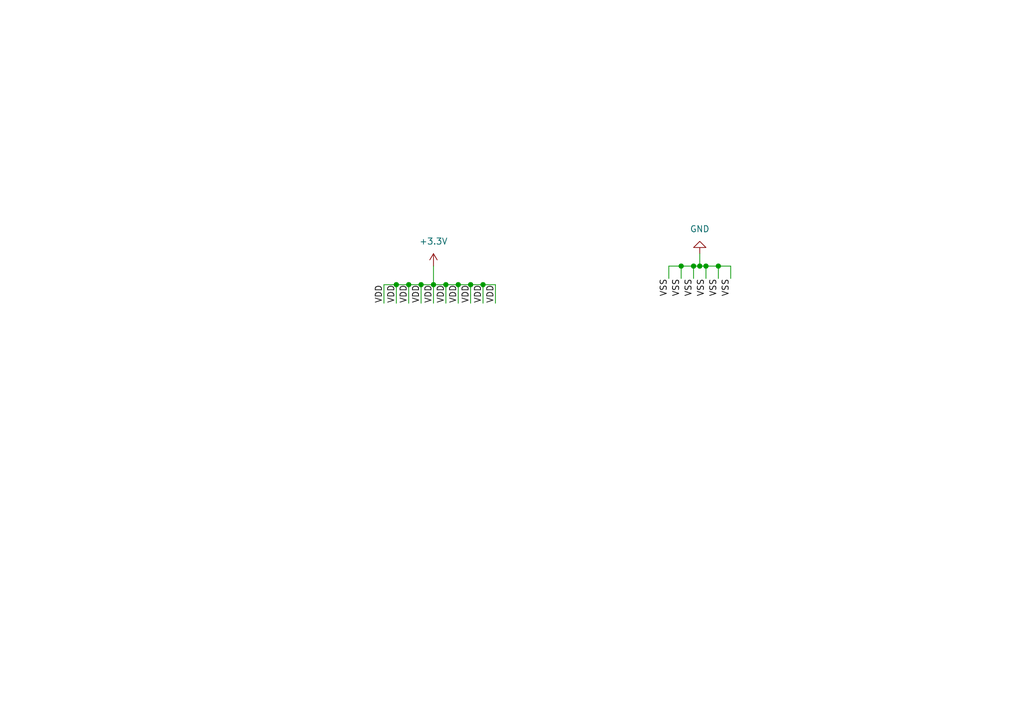
<source format=kicad_sch>
(kicad_sch (version 20230121) (generator eeschema)

  (uuid 970143da-d657-4194-a9cc-70df21a6c5dd)

  (paper "A5")

  (lib_symbols
    (symbol "power:+3.3V" (power) (pin_names (offset 0)) (in_bom yes) (on_board yes)
      (property "Reference" "#PWR" (at 0 -3.81 0)
        (effects (font (size 1.27 1.27)) hide)
      )
      (property "Value" "+3.3V" (at 0 3.556 0)
        (effects (font (size 1.27 1.27)))
      )
      (property "Footprint" "" (at 0 0 0)
        (effects (font (size 1.27 1.27)) hide)
      )
      (property "Datasheet" "" (at 0 0 0)
        (effects (font (size 1.27 1.27)) hide)
      )
      (property "ki_keywords" "global power" (at 0 0 0)
        (effects (font (size 1.27 1.27)) hide)
      )
      (property "ki_description" "Power symbol creates a global label with name \"+3.3V\"" (at 0 0 0)
        (effects (font (size 1.27 1.27)) hide)
      )
      (symbol "+3.3V_0_1"
        (polyline
          (pts
            (xy -0.762 1.27)
            (xy 0 2.54)
          )
          (stroke (width 0) (type default))
          (fill (type none))
        )
        (polyline
          (pts
            (xy 0 0)
            (xy 0 2.54)
          )
          (stroke (width 0) (type default))
          (fill (type none))
        )
        (polyline
          (pts
            (xy 0 2.54)
            (xy 0.762 1.27)
          )
          (stroke (width 0) (type default))
          (fill (type none))
        )
      )
      (symbol "+3.3V_1_1"
        (pin power_in line (at 0 0 90) (length 0) hide
          (name "+3.3V" (effects (font (size 1.27 1.27))))
          (number "1" (effects (font (size 1.27 1.27))))
        )
      )
    )
    (symbol "power:GND" (power) (pin_names (offset 0)) (in_bom yes) (on_board yes)
      (property "Reference" "#PWR" (at 0 -6.35 0)
        (effects (font (size 1.27 1.27)) hide)
      )
      (property "Value" "GND" (at 0 -3.81 0)
        (effects (font (size 1.27 1.27)))
      )
      (property "Footprint" "" (at 0 0 0)
        (effects (font (size 1.27 1.27)) hide)
      )
      (property "Datasheet" "" (at 0 0 0)
        (effects (font (size 1.27 1.27)) hide)
      )
      (property "ki_keywords" "global power" (at 0 0 0)
        (effects (font (size 1.27 1.27)) hide)
      )
      (property "ki_description" "Power symbol creates a global label with name \"GND\" , ground" (at 0 0 0)
        (effects (font (size 1.27 1.27)) hide)
      )
      (symbol "GND_0_1"
        (polyline
          (pts
            (xy 0 0)
            (xy 0 -1.27)
            (xy 1.27 -1.27)
            (xy 0 -2.54)
            (xy -1.27 -1.27)
            (xy 0 -1.27)
          )
          (stroke (width 0) (type default))
          (fill (type none))
        )
      )
      (symbol "GND_1_1"
        (pin power_in line (at 0 0 270) (length 0) hide
          (name "GND" (effects (font (size 1.27 1.27))))
          (number "1" (effects (font (size 1.27 1.27))))
        )
      )
    )
  )

  (junction (at 143.51 54.61) (diameter 0) (color 0 0 0 0)
    (uuid 05fbfac4-8079-465e-8034-e71fcea2467b)
  )
  (junction (at 83.82 58.42) (diameter 0) (color 0 0 0 0)
    (uuid 1cdb1ebc-6dd2-4fb0-b161-84c2493efeeb)
  )
  (junction (at 86.36 58.42) (diameter 0) (color 0 0 0 0)
    (uuid 2cd348ba-eb15-40f6-86cd-2ecdae5d345d)
  )
  (junction (at 147.32 54.61) (diameter 0) (color 0 0 0 0)
    (uuid 37cf571d-0500-42d5-be3f-c187e53c13fb)
  )
  (junction (at 93.98 58.42) (diameter 0) (color 0 0 0 0)
    (uuid 3996a873-badd-4be2-a8d6-20b90b780261)
  )
  (junction (at 142.24 54.61) (diameter 0) (color 0 0 0 0)
    (uuid 4988a9b8-4675-4405-bb43-436d4de1d55b)
  )
  (junction (at 91.44 58.42) (diameter 0) (color 0 0 0 0)
    (uuid 8f34c18f-69c4-46b7-8983-157521d31723)
  )
  (junction (at 139.7 54.61) (diameter 0) (color 0 0 0 0)
    (uuid 936c42dd-c9fb-452a-8fe2-4a43c9df0ca5)
  )
  (junction (at 88.9 58.42) (diameter 0) (color 0 0 0 0)
    (uuid 97c80c8d-fb35-4729-a044-1c8a2fa66388)
  )
  (junction (at 81.28 58.42) (diameter 0) (color 0 0 0 0)
    (uuid a1c028e1-2225-4c50-a510-0b656efbd3d3)
  )
  (junction (at 96.52 58.42) (diameter 0) (color 0 0 0 0)
    (uuid a532a6b7-8d62-45e4-98fe-10dd9486b667)
  )
  (junction (at 99.06 58.42) (diameter 0) (color 0 0 0 0)
    (uuid b2431a26-1feb-4758-b2d9-7b621d9af6ab)
  )
  (junction (at 144.78 54.61) (diameter 0) (color 0 0 0 0)
    (uuid e596eae4-420e-4f37-a20b-edcab82adc69)
  )

  (wire (pts (xy 139.7 54.61) (xy 137.16 54.61))
    (stroke (width 0) (type default))
    (uuid 046f9882-7a00-47e3-a034-a3ea973fa09c)
  )
  (wire (pts (xy 101.6 58.42) (xy 101.6 62.23))
    (stroke (width 0) (type default))
    (uuid 0703a7cb-0865-4519-a1c9-ae0f1fea9cab)
  )
  (wire (pts (xy 91.44 58.42) (xy 93.98 58.42))
    (stroke (width 0) (type default))
    (uuid 09b48609-ed27-4a48-af66-c642e7d77ce3)
  )
  (wire (pts (xy 143.51 54.61) (xy 142.24 54.61))
    (stroke (width 0) (type default))
    (uuid 167ac5a1-cddf-4a70-a54d-2447ce744b5b)
  )
  (wire (pts (xy 144.78 54.61) (xy 143.51 54.61))
    (stroke (width 0) (type default))
    (uuid 269a0dc3-22e1-438d-9799-b4aa94c94e6f)
  )
  (wire (pts (xy 142.24 54.61) (xy 142.24 57.15))
    (stroke (width 0) (type default))
    (uuid 355f3538-6d26-4817-bc09-b32e51011ab2)
  )
  (wire (pts (xy 83.82 58.42) (xy 86.36 58.42))
    (stroke (width 0) (type default))
    (uuid 35e85746-8af9-4414-b352-cd64a7ba7359)
  )
  (wire (pts (xy 88.9 54.61) (xy 88.9 58.42))
    (stroke (width 0) (type default))
    (uuid 36cd5005-90fe-47c0-8250-189acd4e6956)
  )
  (wire (pts (xy 81.28 58.42) (xy 83.82 58.42))
    (stroke (width 0) (type default))
    (uuid 49e85f1c-989a-45df-889a-5e45aa8190da)
  )
  (wire (pts (xy 96.52 58.42) (xy 96.52 62.23))
    (stroke (width 0) (type default))
    (uuid 5176bffa-fd4c-4ff7-b1e8-bd62f3d3b09d)
  )
  (wire (pts (xy 88.9 58.42) (xy 91.44 58.42))
    (stroke (width 0) (type default))
    (uuid 5dac185c-1f3c-4cd2-b715-2bf2089bc48d)
  )
  (wire (pts (xy 91.44 58.42) (xy 91.44 62.23))
    (stroke (width 0) (type default))
    (uuid 793522a7-6a7c-4d41-ae71-e1a86474bda8)
  )
  (wire (pts (xy 149.86 54.61) (xy 147.32 54.61))
    (stroke (width 0) (type default))
    (uuid 793585cc-db47-4e62-97c2-551a6cf59203)
  )
  (wire (pts (xy 137.16 54.61) (xy 137.16 57.15))
    (stroke (width 0) (type default))
    (uuid 7d61476e-0d6e-4256-9b40-2f9ebabc005a)
  )
  (wire (pts (xy 88.9 58.42) (xy 88.9 62.23))
    (stroke (width 0) (type default))
    (uuid 82c520f8-3cfc-4270-8b5c-8ddaba4e0a32)
  )
  (wire (pts (xy 96.52 58.42) (xy 99.06 58.42))
    (stroke (width 0) (type default))
    (uuid 8c8d9547-c69f-4591-b801-cd71b2daf422)
  )
  (wire (pts (xy 147.32 54.61) (xy 147.32 57.15))
    (stroke (width 0) (type default))
    (uuid 8f9b315b-ed88-4faf-aa1f-c5dfa63d1b6a)
  )
  (wire (pts (xy 139.7 54.61) (xy 139.7 57.15))
    (stroke (width 0) (type default))
    (uuid 92ae832f-51c4-446d-85f2-759d6cbe1e52)
  )
  (wire (pts (xy 99.06 58.42) (xy 101.6 58.42))
    (stroke (width 0) (type default))
    (uuid ad26fb19-401e-4da9-8224-49417d8c2da3)
  )
  (wire (pts (xy 143.51 52.07) (xy 143.51 54.61))
    (stroke (width 0) (type default))
    (uuid afc7d347-bec1-43b4-b0b2-f8395384f46d)
  )
  (wire (pts (xy 93.98 58.42) (xy 93.98 62.23))
    (stroke (width 0) (type default))
    (uuid c4123c2f-80f7-41fb-9fea-de9d445e699b)
  )
  (wire (pts (xy 86.36 58.42) (xy 88.9 58.42))
    (stroke (width 0) (type default))
    (uuid c9efb52d-dc84-43a0-a942-dc1a652b0fbd)
  )
  (wire (pts (xy 93.98 58.42) (xy 96.52 58.42))
    (stroke (width 0) (type default))
    (uuid cc233693-ec40-4bc6-a826-6a8a60c70204)
  )
  (wire (pts (xy 78.74 58.42) (xy 81.28 58.42))
    (stroke (width 0) (type default))
    (uuid d6b90777-606a-449d-872a-fb710aa50a29)
  )
  (wire (pts (xy 81.28 58.42) (xy 81.28 62.23))
    (stroke (width 0) (type default))
    (uuid d719894a-35bf-4185-9a84-63ea12135b32)
  )
  (wire (pts (xy 144.78 54.61) (xy 144.78 57.15))
    (stroke (width 0) (type default))
    (uuid dac97f80-8cf9-4200-af4b-00f67efebb22)
  )
  (wire (pts (xy 147.32 54.61) (xy 144.78 54.61))
    (stroke (width 0) (type default))
    (uuid e7b921a1-4acc-42d8-90b4-8112cb259b1c)
  )
  (wire (pts (xy 142.24 54.61) (xy 139.7 54.61))
    (stroke (width 0) (type default))
    (uuid eadf163c-b307-4112-9383-1836ccd43ef6)
  )
  (wire (pts (xy 99.06 58.42) (xy 99.06 62.23))
    (stroke (width 0) (type default))
    (uuid eb9118cd-73a9-4026-b88a-0b794135ea4e)
  )
  (wire (pts (xy 83.82 58.42) (xy 83.82 62.23))
    (stroke (width 0) (type default))
    (uuid f4ea8977-8518-4265-a133-24da7ea02a05)
  )
  (wire (pts (xy 86.36 58.42) (xy 86.36 62.23))
    (stroke (width 0) (type default))
    (uuid f8485c30-f112-4ad8-ae01-4860305b9a81)
  )
  (wire (pts (xy 78.74 62.23) (xy 78.74 58.42))
    (stroke (width 0) (type default))
    (uuid fc5eb804-5506-4b46-88df-752814119c16)
  )
  (wire (pts (xy 149.86 57.15) (xy 149.86 54.61))
    (stroke (width 0) (type default))
    (uuid fe091d09-6678-432e-a964-d1fdefa4a731)
  )

  (label "VDD" (at 101.6 62.23 90) (fields_autoplaced)
    (effects (font (size 1.27 1.27)) (justify left bottom))
    (uuid 0d3961df-bb16-4082-92cf-178603d3cb5a)
  )
  (label "VDD" (at 83.82 62.23 90) (fields_autoplaced)
    (effects (font (size 1.27 1.27)) (justify left bottom))
    (uuid 171d0249-dfb9-4f0d-8c7a-613b00873cca)
  )
  (label "VDD" (at 93.98 62.23 90) (fields_autoplaced)
    (effects (font (size 1.27 1.27)) (justify left bottom))
    (uuid 27923397-0f6c-4c70-8950-d460c9deb9af)
  )
  (label "VSS" (at 149.86 57.15 270) (fields_autoplaced)
    (effects (font (size 1.27 1.27)) (justify right bottom))
    (uuid 29c04736-0624-42eb-b05a-46ffe2766413)
  )
  (label "VDD" (at 96.52 62.23 90) (fields_autoplaced)
    (effects (font (size 1.27 1.27)) (justify left bottom))
    (uuid 32711dad-03e3-44b8-9809-2334937d8986)
  )
  (label "VSS" (at 144.78 57.15 270) (fields_autoplaced)
    (effects (font (size 1.27 1.27)) (justify right bottom))
    (uuid 37427858-dcbe-4cc6-894b-0e6db5079375)
  )
  (label "VSS" (at 142.24 57.15 270) (fields_autoplaced)
    (effects (font (size 1.27 1.27)) (justify right bottom))
    (uuid 3bf83e66-3cbe-4a4e-a1ad-5049d82d7a86)
  )
  (label "VDD" (at 88.9 62.23 90) (fields_autoplaced)
    (effects (font (size 1.27 1.27)) (justify left bottom))
    (uuid 42573556-edfa-4120-8bd1-d055894220d6)
  )
  (label "VSS" (at 137.16 57.15 270) (fields_autoplaced)
    (effects (font (size 1.27 1.27)) (justify right bottom))
    (uuid 91c919ce-fb26-4265-8ec0-12abfe4d8b0d)
  )
  (label "VSS" (at 139.7 57.15 270) (fields_autoplaced)
    (effects (font (size 1.27 1.27)) (justify right bottom))
    (uuid 97f00565-e61d-4626-afe1-e1157fb00809)
  )
  (label "VDD" (at 91.44 62.23 90) (fields_autoplaced)
    (effects (font (size 1.27 1.27)) (justify left bottom))
    (uuid a45abc1d-1cb0-4a1b-9da4-d991736eba2a)
  )
  (label "VDD" (at 99.06 62.23 90) (fields_autoplaced)
    (effects (font (size 1.27 1.27)) (justify left bottom))
    (uuid b0774a5f-2d89-4e3a-a977-eac5ca5496ec)
  )
  (label "VSS" (at 147.32 57.15 270) (fields_autoplaced)
    (effects (font (size 1.27 1.27)) (justify right bottom))
    (uuid bc0fc118-a747-4b8d-8d5f-fee5d846fac5)
  )
  (label "VDD" (at 81.28 62.23 90) (fields_autoplaced)
    (effects (font (size 1.27 1.27)) (justify left bottom))
    (uuid c3309503-8d98-4395-88aa-81d6d6acd297)
  )
  (label "VDD" (at 86.36 62.23 90) (fields_autoplaced)
    (effects (font (size 1.27 1.27)) (justify left bottom))
    (uuid c744abae-9110-4272-9491-534714fcd878)
  )
  (label "VDD" (at 78.74 62.23 90) (fields_autoplaced)
    (effects (font (size 1.27 1.27)) (justify left bottom))
    (uuid f0a3b0d8-1cd7-41f8-8eed-7c27caaa3942)
  )

  (symbol (lib_id "power:+3.3V") (at 88.9 54.61 0) (unit 1)
    (in_bom yes) (on_board yes) (dnp no) (fields_autoplaced)
    (uuid 19212a9e-4e93-4655-b709-35b399ed9a5b)
    (property "Reference" "#PWR012" (at 88.9 58.42 0)
      (effects (font (size 1.27 1.27)) hide)
    )
    (property "Value" "+3.3V" (at 88.9 49.53 0)
      (effects (font (size 1.27 1.27)))
    )
    (property "Footprint" "" (at 88.9 54.61 0)
      (effects (font (size 1.27 1.27)) hide)
    )
    (property "Datasheet" "" (at 88.9 54.61 0)
      (effects (font (size 1.27 1.27)) hide)
    )
    (pin "1" (uuid cacca17a-d456-40b3-8a9a-cdb977be7db1))
    (instances
      (project "PLC"
        (path "/46777011-458b-4858-88c0-c2fc8e9ef6b9"
          (reference "#PWR012") (unit 1)
        )
        (path "/46777011-458b-4858-88c0-c2fc8e9ef6b9/29ad2e7c-cba9-4487-97b0-155756f382d6"
          (reference "#PWR078") (unit 1)
        )
      )
    )
  )

  (symbol (lib_id "power:GND") (at 143.51 52.07 180) (unit 1)
    (in_bom yes) (on_board yes) (dnp no) (fields_autoplaced)
    (uuid ecd2bb67-5aab-43f2-921d-aeb76de54f34)
    (property "Reference" "#PWR077" (at 143.51 45.72 0)
      (effects (font (size 1.27 1.27)) hide)
    )
    (property "Value" "GND" (at 143.51 46.99 0)
      (effects (font (size 1.27 1.27)))
    )
    (property "Footprint" "" (at 143.51 52.07 0)
      (effects (font (size 1.27 1.27)) hide)
    )
    (property "Datasheet" "" (at 143.51 52.07 0)
      (effects (font (size 1.27 1.27)) hide)
    )
    (pin "1" (uuid b5ea1c71-392f-4aaf-beef-68f8bbed3ce7))
    (instances
      (project "PLC"
        (path "/46777011-458b-4858-88c0-c2fc8e9ef6b9"
          (reference "#PWR077") (unit 1)
        )
        (path "/46777011-458b-4858-88c0-c2fc8e9ef6b9/29ad2e7c-cba9-4487-97b0-155756f382d6"
          (reference "#PWR077") (unit 1)
        )
      )
    )
  )
)

</source>
